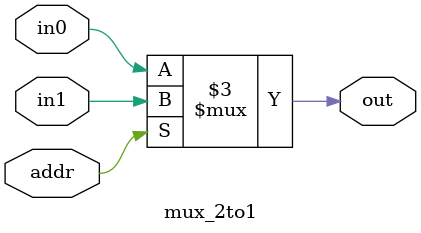
<source format=v>
module mux_2to1(out, in0, in1, addr);
parameter n=1;
output [n-1:0]  out;
input [n-1:0]  in0,in1;
input addr;

reg[n-1:0] out;

always @(in0 or in1 or addr)
    begin
        if(addr)	out =in1;
	else	out=in0;
    end

endmodule
</source>
